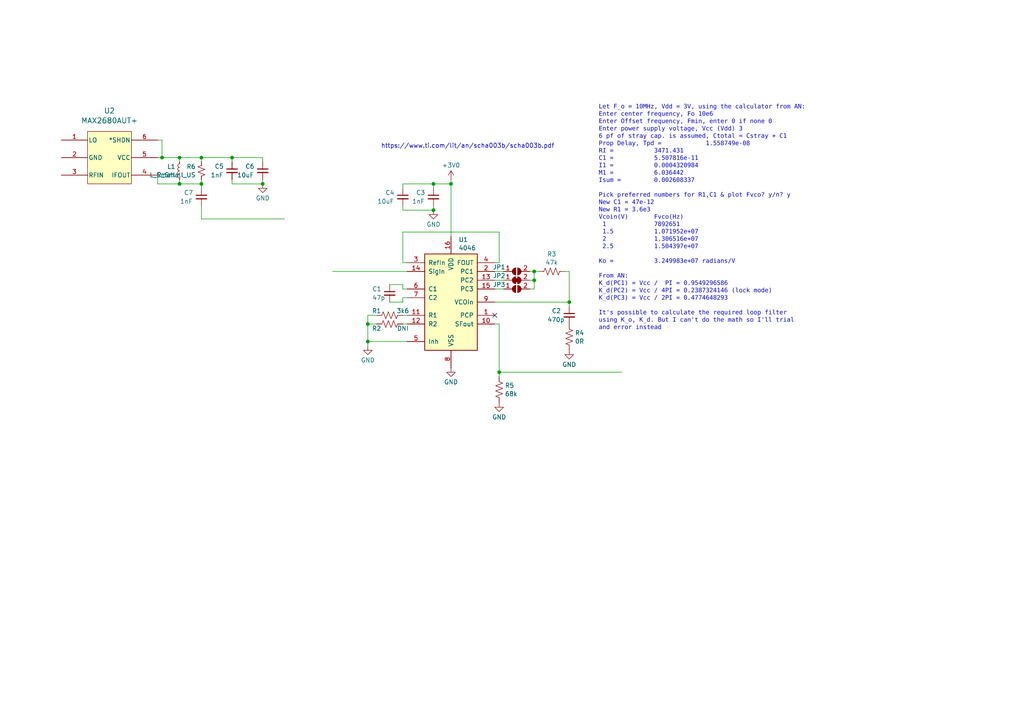
<source format=kicad_sch>
(kicad_sch (version 20230121) (generator eeschema)
  (paper "A4")
  (lib_symbols
    (symbol "4xxx:4046" (pin_names (offset 1.016))
      (property "Reference" "U1" (at 2.1941 16.8443 0))
      (property "Value" "4046" (at 2.1941 14.4201 0))
      (symbol "4046_1_0"
        (pin output line (at 12.7 -5.08 180) (length 5.08) (name "PCP") (number "1"))
        (pin output line (at 12.7 -7.62 180) (length 5.08) (name "SFout") (number "10"))
        (pin input line (at -12.7 -5.08 0) (length 5.08) (name "R1") (number "11"))
        (pin input line (at -12.7 -7.62 0) (length 5.08) (name "R2") (number "12"))
        (pin tri_state line (at 12.7 5.08 180) (length 5.08) (name "PC2") (number "13"))
        (pin input line (at -12.7 7.62 0) (length 5.08) (name "SigIn") (number "14"))
        (pin output line (at 12.7 2.54 180) (length 5.08) (name "PC3") (number "15"))
        (pin power_in line (at 0 17.78 270) (length 5.08) (name "VDD") (number "16"))
        (pin output line (at 12.7 7.62 180) (length 5.08) (name "PC1") (number "2"))
        (pin input line (at -12.7 10.16 0) (length 5.08) (name "RefIn") (number "3"))
        (pin output line (at 12.7 10.16 180) (length 5.08) (name "FOUT") (number "4"))
        (pin input line (at -12.7 -12.7 0) (length 5.08) (name "Inh") (number "5"))
        (pin input line (at -12.7 2.54 0) (length 5.08) (name "C1") (number "6"))
        (pin input line (at -12.7 0 0) (length 5.08) (name "C2") (number "7"))
        (pin power_in line (at 0 -20.32 90) (length 5.08) (name "VSS") (number "8"))
        (pin input line (at 12.7 -1.27 180) (length 5.08) (name "VCOin") (number "9"))
      )
      (symbol "4046_1_1"
        (rectangle (start -7.62 12.7) (end 7.62 -15.24) (stroke (width 0.254)) (fill (type background)))
      )
    )
    (symbol "Device:C_Small" (pin_numbers hide) (pin_names (offset 0.254) hide)
      (property "Reference" "C" (at 0.254 1.778 0))
      (property "Value" "C_Small" (at 0.254 -2.032 0))
      (symbol "C_Small_0_1"
        (polyline (pts (xy -1.524 -0.508) (xy 1.524 -0.508)) (stroke (width 0.3302)))
        (polyline (pts (xy -1.524 0.508) (xy 1.524 0.508)) (stroke (width 0.3048)))
      )
      (symbol "C_Small_1_1"
        (pin passive line (at 0 2.54 270) (length 2.032) (name "~") (number "1"))
        (pin passive line (at 0 -2.54 90) (length 2.032) (name "~") (number "2"))
      )
    )
    (symbol "Device:L_Small" (pin_numbers hide) (pin_names (offset 0.254) hide)
      (property "Reference" "L" (at 0.762 1.016 0))
      (property "Value" "L_Small" (at 0.762 -1.016 0))
      (symbol "L_Small_0_1"
        (arc (start 0 -2.032) (mid 0.5058 -1.524) (end 0 -1.016))
        (arc (start 0 -1.016) (mid 0.5058 -0.508) (end 0 0))
        (arc (start 0 0) (mid 0.5058 0.508) (end 0 1.016))
        (arc (start 0 1.016) (mid 0.5058 1.524) (end 0 2.032))
      )
      (symbol "L_Small_1_1"
        (pin passive line (at 0 2.54 270) (length 0.508) (name "~") (number "1"))
        (pin passive line (at 0 -2.54 90) (length 0.508) (name "~") (number "2"))
      )
    )
    (symbol "Device:R_Small_US" (pin_numbers hide) (pin_names (offset 0.254) hide)
      (property "Reference" "R" (at 0.762 0.508 0))
      (property "Value" "R_Small_US" (at 0.762 -1.016 0))
      (symbol "R_Small_US_1_1"
        (polyline (pts (xy 0 0) (xy 1.016 -0.381) (xy 0 -0.762) (xy -1.016 -1.143) (xy 0 -1.524)))
        (polyline (pts (xy 0 1.524) (xy 1.016 1.143) (xy 0 0.762) (xy -1.016 0.381) (xy 0 0)))
        (pin passive line (at 0 2.54 270) (length 1.016) (name "~") (number "1"))
        (pin passive line (at 0 -2.54 90) (length 1.016) (name "~") (number "2"))
      )
    )
    (symbol "Device:R_US" (pin_numbers hide) (pin_names (offset 0))
      (property "Reference" "R" (at 2.54 0 90))
      (property "Value" "R_US" (at -2.54 0 90))
      (symbol "R_US_0_1"
        (polyline (pts (xy 0 -2.286) (xy 0 -2.54)))
        (polyline (pts (xy 0 2.286) (xy 0 2.54)))
        (polyline (pts (xy 0 -0.762) (xy 1.016 -1.143) (xy 0 -1.524) (xy -1.016 -1.905) (xy 0 -2.286)))
        (polyline (pts (xy 0 0.762) (xy 1.016 0.381) (xy 0 0) (xy -1.016 -0.381) (xy 0 -0.762)))
        (polyline (pts (xy 0 2.286) (xy 1.016 1.905) (xy 0 1.524) (xy -1.016 1.143) (xy 0 0.762)))
      )
      (symbol "R_US_1_1"
        (pin passive line (at 0 3.81 270) (length 1.27) (name "~") (number "1"))
        (pin passive line (at 0 -3.81 90) (length 1.27) (name "~") (number "2"))
      )
    )
    (symbol "Jumper:SolderJumper_2_Bridged" (pin_names (offset 0) hide)
      (property "Reference" "JP" (at 0 2.032 0))
      (property "Value" "SolderJumper_2_Bridged" (at 0 -2.54 0))
      (symbol "SolderJumper_2_Bridged_0_1"
        (rectangle (start -0.508 0.508) (end 0.508 -0.508) (fill (type outline)))
        (arc (start -0.254 1.016) (mid -1.2656 0) (end -0.254 -1.016))
        (arc (start -0.254 1.016) (mid -1.2656 0) (end -0.254 -1.016) (fill (type outline)))
        (polyline (pts (xy -0.254 1.016) (xy -0.254 -1.016)))
        (polyline (pts (xy 0.254 1.016) (xy 0.254 -1.016)))
        (arc (start 0.254 -1.016) (mid 1.2656 0) (end 0.254 1.016))
        (arc (start 0.254 -1.016) (mid 1.2656 0) (end 0.254 1.016) (fill (type outline)))
      )
      (symbol "SolderJumper_2_Bridged_1_1"
        (pin passive line (at -3.81 0 0) (length 2.54) (name "A") (number "1"))
        (pin passive line (at 3.81 0 180) (length 2.54) (name "B") (number "2"))
      )
    )
    (symbol "Jumper:SolderJumper_2_Open" (pin_names (offset 0) hide)
      (property "Reference" "JP" (at 0 2.032 0))
      (property "Value" "SolderJumper_2_Open" (at 0 -2.54 0))
      (symbol "SolderJumper_2_Open_0_1"
        (arc (start -0.254 1.016) (mid -1.2656 0) (end -0.254 -1.016))
        (arc (start -0.254 1.016) (mid -1.2656 0) (end -0.254 -1.016) (fill (type outline)))
        (polyline (pts (xy -0.254 1.016) (xy -0.254 -1.016)))
        (polyline (pts (xy 0.254 1.016) (xy 0.254 -1.016)))
        (arc (start 0.254 -1.016) (mid 1.2656 0) (end 0.254 1.016))
        (arc (start 0.254 -1.016) (mid 1.2656 0) (end 0.254 1.016) (fill (type outline)))
      )
      (symbol "SolderJumper_2_Open_1_1"
        (pin passive line (at -3.81 0 0) (length 2.54) (name "A") (number "1"))
        (pin passive line (at 3.81 0 180) (length 2.54) (name "B") (number "2"))
      )
    )
    (symbol "MAX2680:MAX2680AUT+" (pin_names (offset 0.254))
      (property "Reference" "U2" (at 30.48 9.7737 0))
      (property "Value" "MAX2680AUT+" (at 30.48 6.9409 0))
      (symbol "MAX2680AUT+_0_1"
        (pin unspecified line (at 16.51 1.27 0) (length 7.62) (name "LO") (number "1"))
        (pin power_in line (at 16.51 -3.81 0) (length 7.62) (name "GND") (number "2"))
        (pin input line (at 16.51 -8.89 0) (length 7.62) (name "RFIN") (number "3"))
        (pin output line (at 44.45 -8.89 180) (length 7.62) (name "IFOUT") (number "4"))
        (pin power_in line (at 44.45 -3.81 180) (length 7.62) (name "VCC") (number "5"))
        (pin unspecified line (at 44.45 1.27 180) (length 7.62) (name "*SHDN") (number "6"))
      )
      (symbol "MAX2680AUT+_1_1"
        (rectangle (start 24.13 3.81) (end 36.83 -11.43) (fill (type background)))
      )
    )
    (symbol "power:+3V0" (power) (pin_names (offset 0))
      (property "Value" "+3V0" (at 0 3.556 0))
      (symbol "+3V0_0_1"
        (polyline (pts (xy -0.762 1.27) (xy 0 2.54)))
        (polyline (pts (xy 0 0) (xy 0 2.54)))
        (polyline (pts (xy 0 2.54) (xy 0.762 1.27)))
      )
      (symbol "+3V0_1_1"
        (pin power_in line (at 0 0 90) (length 0) hide (name "+3V0") (number "1"))
      )
    )
    (symbol "power:GND" (power) (pin_names (offset 0))
      (property "Value" "GND" (at 0 -3.81 0))
      (symbol "GND_0_1"
        (polyline (pts (xy 0 0) (xy 0 -1.27) (xy 1.27 -1.27) (xy 0 -2.54) (xy -1.27 -1.27) (xy 0 -1.27)))
      )
      (symbol "GND_1_1"
        (pin power_in line (at 0 0 270) (length 0) hide (name "GND") (number "1"))
      )
    )
  )
  (junction (at 130.81 53.34))
  (junction (at 165.1 87.63))
  (junction (at 52.07 45.72))
  (junction (at 46.99 45.72))
  (junction (at 125.73 53.34))
  (junction (at 125.73 60.96))
  (junction (at 58.42 45.72))
  (junction (at 154.94 78.74))
  (junction (at 106.68 93.98))
  (junction (at 58.42 53.34))
  (junction (at 52.07 53.34))
  (junction (at 144.78 107.95))
  (junction (at 154.94 81.28))
  (junction (at 106.68 99.06))
  (junction (at 76.2 53.34))
  (junction (at 67.31 45.72))
  (no_connect (at 143.51 91.44))
  (wire (pts (xy 165.1 88.9) (xy 165.1 87.63)))
  (wire (pts (xy 106.68 91.44) (xy 109.22 91.44)))
  (wire (pts (xy 58.42 59.69) (xy 58.42 63.5)))
  (wire (pts (xy 67.31 53.34) (xy 76.2 53.34)))
  (wire (pts (xy 143.51 78.74) (xy 146.05 78.74)))
  (wire (pts (xy 52.07 46.99) (xy 52.07 45.72)))
  (wire (pts (xy 106.68 91.44) (xy 106.68 93.98)))
  (wire (pts (xy 52.07 53.34) (xy 52.07 52.07)))
  (wire (pts (xy 58.42 53.34) (xy 58.42 54.61)))
  (wire (pts (xy 116.84 54.61) (xy 116.84 53.34)))
  (wire (pts (xy 144.78 109.22) (xy 144.78 107.95)))
  (wire (pts (xy 76.2 46.99) (xy 76.2 45.72)))
  (wire (pts (xy 52.07 53.34) (xy 58.42 53.34)))
  (wire (pts (xy 106.68 93.98) (xy 109.22 93.98)))
  (wire (pts (xy 67.31 45.72) (xy 76.2 45.72)))
  (wire (pts (xy 125.73 54.61) (xy 125.73 53.34)))
  (wire (pts (xy 143.51 87.63) (xy 165.1 87.63)))
  (wire (pts (xy 154.94 83.82) (xy 154.94 81.28)))
  (wire (pts (xy 130.81 53.34) (xy 130.81 68.58)))
  (wire (pts (xy 118.11 78.74) (xy 96.52 78.74)))
  (wire (pts (xy 144.78 67.31) (xy 144.78 76.2)))
  (wire (pts (xy 113.03 82.55) (xy 116.84 82.55)))
  (wire (pts (xy 116.84 93.98) (xy 118.11 93.98)))
  (wire (pts (xy 52.07 45.72) (xy 58.42 45.72)))
  (wire (pts (xy 67.31 46.99) (xy 67.31 45.72)))
  (wire (pts (xy 143.51 83.82) (xy 146.05 83.82)))
  (wire (pts (xy 125.73 59.69) (xy 125.73 60.96)))
  (wire (pts (xy 154.94 78.74) (xy 154.94 81.28)))
  (wire (pts (xy 153.67 78.74) (xy 154.94 78.74)))
  (wire (pts (xy 46.99 45.72) (xy 52.07 45.72)))
  (wire (pts (xy 154.94 78.74) (xy 156.21 78.74)))
  (wire (pts (xy 116.84 76.2) (xy 116.84 67.31)))
  (wire (pts (xy 46.99 45.72) (xy 45.72 45.72)))
  (wire (pts (xy 45.72 53.34) (xy 52.07 53.34)))
  (wire (pts (xy 58.42 45.72) (xy 58.42 46.99)))
  (wire (pts (xy 163.83 78.74) (xy 165.1 78.74)))
  (wire (pts (xy 116.84 87.63) (xy 116.84 86.36)))
  (wire (pts (xy 118.11 76.2) (xy 116.84 76.2)))
  (wire (pts (xy 144.78 93.98) (xy 144.78 107.95)))
  (wire (pts (xy 116.84 67.31) (xy 144.78 67.31)))
  (wire (pts (xy 58.42 45.72) (xy 67.31 45.72)))
  (wire (pts (xy 116.84 59.69) (xy 116.84 60.96)))
  (wire (pts (xy 76.2 52.07) (xy 76.2 53.34)))
  (wire (pts (xy 58.42 63.5) (xy 82.55 63.5)))
  (wire (pts (xy 143.51 76.2) (xy 144.78 76.2)))
  (wire (pts (xy 153.67 83.82) (xy 154.94 83.82)))
  (wire (pts (xy 143.51 81.28) (xy 146.05 81.28)))
  (wire (pts (xy 116.84 82.55) (xy 116.84 83.82)))
  (wire (pts (xy 67.31 52.07) (xy 67.31 53.34)))
  (wire (pts (xy 165.1 78.74) (xy 165.1 87.63)))
  (wire (pts (xy 116.84 86.36) (xy 118.11 86.36)))
  (wire (pts (xy 45.72 40.64) (xy 46.99 40.64)))
  (wire (pts (xy 106.68 99.06) (xy 118.11 99.06)))
  (wire (pts (xy 106.68 93.98) (xy 106.68 99.06)))
  (wire (pts (xy 144.78 93.98) (xy 143.51 93.98)))
  (wire (pts (xy 116.84 53.34) (xy 125.73 53.34)))
  (wire (pts (xy 116.84 83.82) (xy 118.11 83.82)))
  (wire (pts (xy 130.81 52.07) (xy 130.81 53.34)))
  (wire (pts (xy 144.78 107.95) (xy 180.34 107.95)))
  (wire (pts (xy 116.84 60.96) (xy 125.73 60.96)))
  (wire (pts (xy 116.84 91.44) (xy 118.11 91.44)))
  (wire (pts (xy 45.72 53.34) (xy 45.72 50.8)))
  (wire (pts (xy 106.68 99.06) (xy 106.68 100.33)))
  (wire (pts (xy 113.03 87.63) (xy 116.84 87.63)))
  (wire (pts (xy 46.99 40.64) (xy 46.99 45.72)))
  (wire (pts (xy 58.42 53.34) (xy 58.42 52.07)))
  (wire (pts (xy 125.73 53.34) (xy 130.81 53.34)))
  (wire (pts (xy 154.94 81.28) (xy 153.67 81.28)))
  (text_box "Let F_o = 10MHz, Vdd = 3V, using the calculator from AN:\nEnter center frequency, Fo 10e6\nEnter Offset frequency, Fmin, enter 0 if none 0\nEnter power supply voltage, Vcc (Vdd) 3\n6 pf of stray cap. is assumed, Ctotal = Cstray + C1\nProp Delay, Tpd =            1.558749e-08\nRI =           3471.431\nC1 =           5.507816e-11\nI1 =           0.0004320984\nM1 =           6.036442\nIsum =         0.002608337\n\nPick preferred numbers for R1,C1 & plot Fvco? y/n? y\nNew C1 = 47e-12\nNew R1 = 3.6e3\nVcoin(V)       Fvco(Hz) \n 1             7892651\n 1.5           1.071952e+07\n 2             1.306516e+07\n 2.5           1.504397e+07\n\nKo =           3.249983e+07 radians/V\n\nFrom AN:\nK_d(PC1) = Vcc /  PI = 0.9549296586\nK_d(PC2) = Vcc / 4PI = 0.2387324146 (lock mode)\nK_d(PC3) = Vcc / 2PI = 0.4774648293\n\nIt's possible to calculate the required loop filter using K_o, K_d. But I can't do the math so I'll trial and error instead" (at 172.72 29.21 0) (size 62.23 67.31) (stroke (width -0.0001)) (effects (font (size 1.27 1.27)) (justify left top)))
  (text "https://www.ti.com/lit/an/scha003b/scha003b.pdf" (at 110.49 43.18 0) (effects (font (size 1.27 1.27)) (justify left bottom)))
  (symbol (lib_id "Jumper:SolderJumper_2_Bridged") (at 149.86 81.28 0) (unit 1)
    (property "Reference" "JP2" (at 144.78 80.01 0))
    (property "Value" "SolderJumper_2_Bridged" (effects hide))
  )
  (symbol (lib_id "Device:R_US") (at 113.03 93.98 90) (unit 1)
    (property "Reference" "R2" (at 109.22 95.25 90))
    (property "Value" "DNI" (at 116.84 95.25 90))
  )
  (symbol (lib_id "power:GND") (at 125.73 60.96 0) (unit 1)
    (property "Reference" "#PWR06" (effects hide))
    (property "Value" "GND" (at 125.73 65.0931 0))
  )
  (symbol (lib_id "Device:R_US") (at 160.02 78.74 90) (unit 1)
    (property "Reference" "R3" (at 160.02 73.7067 90))
    (property "Value" "47k" (at 160.02 76.1309 90))
  )
  (symbol (lib_id "Device:C_Small") (at 67.31 49.53 0) (unit 1)
    (property "Reference" "C5" (at 62.23 48.26 0) (effects (justify left)))
    (property "Value" "1nF" (at 64.77 50.8 0) (effects (justify right)))
  )
  (symbol (lib_id "Device:R_US") (at 165.1 97.79 0) (unit 1)
    (property "Reference" "R4" (at 166.751 96.5779 0) (effects (justify left)))
    (property "Value" "0R" (at 166.751 99.0021 0) (effects (justify left)))
  )
  (symbol (lib_id "Device:R_Small_US") (at 58.42 49.53 0) (mirror y) (unit 1)
    (property "Reference" "R6" (at 56.769 48.3179 0) (effects (justify left)))
    (property "Value" "R_Small_US" (at 56.769 50.7421 0) (effects (justify left)))
  )
  (symbol (lib_id "Device:C_Small") (at 125.73 57.15 0) (unit 1)
    (property "Reference" "C3" (at 120.65 55.88 0) (effects (justify left)))
    (property "Value" "1nF" (at 123.19 58.42 0) (effects (justify right)))
  )
  (symbol (lib_id "Device:C_Small") (at 165.1 91.44 0) (unit 1)
    (property "Reference" "C2" (at 160.02 90.17 0) (effects (justify left)))
    (property "Value" "470p" (at 158.75 92.71 0) (effects (justify left)))
  )
  (symbol (lib_id "power:GND") (at 144.78 116.84 0) (unit 1)
    (property "Reference" "#PWR05" (effects hide))
    (property "Value" "GND" (at 144.78 120.9731 0))
  )
  (symbol (lib_id "power:+3V0") (at 130.81 52.07 0) (unit 1)
    (property "Reference" "#PWR02" (effects hide))
    (property "Value" "+3V0" (at 130.81 47.9369 0))
  )
  (symbol (lib_id "Device:R_US") (at 113.03 91.44 90) (unit 1)
    (property "Reference" "R1" (at 109.22 90.17 90))
    (property "Value" "3k6" (at 116.84 90.17 90))
  )
  (symbol (lib_id "power:GND") (at 76.2 53.34 0) (unit 1)
    (property "Reference" "#PWR07" (effects hide))
    (property "Value" "GND" (at 76.2 57.4731 0))
  )
  (symbol (lib_id "power:GND") (at 165.1 101.6 0) (unit 1)
    (property "Reference" "#PWR01" (effects hide))
    (property "Value" "GND" (at 165.1 105.7331 0))
  )
  (symbol (lib_id "Device:L_Small") (at 52.07 49.53 0) (mirror y) (unit 1)
    (property "Reference" "L1" (at 50.9292 48.3179 0) (effects (justify left)))
    (property "Value" "L_Small" (at 50.9292 50.7421 0) (effects (justify left)))
  )
  (symbol (lib_id "MAX2680:MAX2680AUT+") (at 1.27 41.91 0) (unit 1)
    (property "Reference" "U2" (at 31.75 32.1363 0) (effects (font (size 1.524 1.524))))
    (property "Value" "MAX2680AUT+" (at 31.75 34.9691 0) (effects (font (size 1.524 1.524))))
    (property "Footprint" "21-0058I_MXM" (effects hide))
    (property "Datasheet" "https://www.analog.com/media/en/technical-documentation/data-sheets/max2680-max2682.pdf" (effects hide))
  )
  (symbol (lib_id "Device:C_Small") (at 116.84 57.15 0) (unit 1)
    (property "Reference" "C4" (at 111.76 55.88 0) (effects (justify left)))
    (property "Value" "10uF" (at 114.3 58.42 0) (effects (justify right)))
  )
  (symbol (lib_id "power:GND") (at 106.68 100.33 0) (unit 1)
    (property "Reference" "#PWR04" (effects hide))
    (property "Value" "GND" (at 106.68 104.4631 0))
  )
  (symbol (lib_id "Device:C_Small") (at 113.03 85.09 0) (unit 1)
    (property "Reference" "C1" (at 107.95 83.82 0) (effects (justify left)))
    (property "Value" "47p" (at 107.95 86.36 0) (effects (justify left)))
  )
  (symbol (lib_id "Device:C_Small") (at 76.2 49.53 0) (unit 1)
    (property "Reference" "C6" (at 71.12 48.26 0) (effects (justify left)))
    (property "Value" "10uF" (at 73.66 50.8 0) (effects (justify right)))
  )
  (symbol (lib_id "Jumper:SolderJumper_2_Open") (at 149.86 78.74 0) (unit 1)
    (property "Reference" "JP1" (at 144.78 77.47 0))
    (property "Value" "SolderJumper_2_Open" (effects hide))
  )
  (symbol (lib_id "4xxx:4046") (at 130.81 86.36 0) (unit 1)
    (property "Reference" "U1" (at 133.0041 69.5157 0) (effects (justify left)))
    (property "Value" "4046" (at 133.0041 71.9399 0) (effects (justify left)))
    (property "Datasheet" "https://www.ti.com/lit/ds/symlink/cd74hc4046a.pdf" (effects hide))
  )
  (symbol (lib_id "Device:C_Small") (at 58.42 57.15 0) (unit 1)
    (property "Reference" "C7" (at 53.34 55.88 0) (effects (justify left)))
    (property "Value" "1nF" (at 55.88 58.42 0) (effects (justify right)))
  )
  (symbol (lib_id "Device:R_US") (at 144.78 113.03 0) (unit 1)
    (property "Reference" "R5" (at 146.431 111.8179 0) (effects (justify left)))
    (property "Value" "68k" (at 146.431 114.2421 0) (effects (justify left)))
  )
  (symbol (lib_id "power:GND") (at 130.81 106.68 0) (unit 1)
    (property "Reference" "#PWR03" (effects hide))
    (property "Value" "GND" (at 130.81 110.8131 0))
  )
  (symbol (lib_id "Jumper:SolderJumper_2_Open") (at 149.86 83.82 0) (unit 1)
    (property "Reference" "JP3" (at 144.78 82.55 0))
    (property "Value" "SolderJumper_2_Open" (effects hide))
  )
)
</source>
